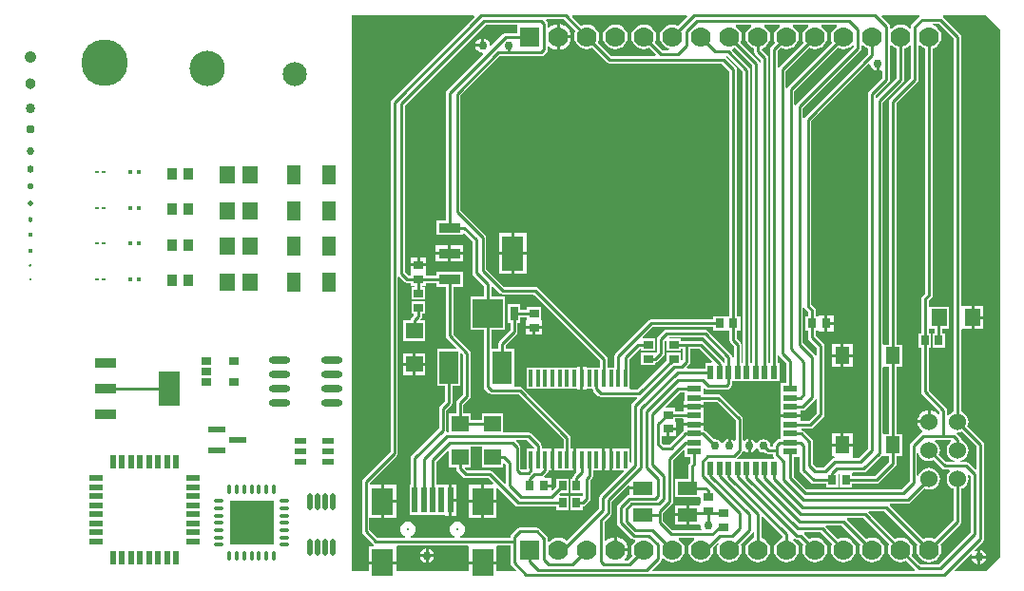
<source format=gtl>
G04 Layer_Physical_Order=1*
G04 Layer_Color=6684927*
%FSAX25Y25*%
%MOIN*%
G70*
G01*
G75*
%ADD10R,0.07677X0.12402*%
%ADD11R,0.07677X0.03543*%
%ADD12R,0.05512X0.05906*%
%ADD13R,0.02756X0.03347*%
%ADD14R,0.03150X0.03543*%
%ADD15R,0.03543X0.03150*%
%ADD16R,0.05906X0.05512*%
%ADD17R,0.03347X0.02756*%
%ADD18R,0.10500X0.10000*%
%ADD19R,0.03000X0.05000*%
%ADD20R,0.06600X0.11400*%
%ADD21R,0.07087X0.04724*%
%ADD22R,0.02200X0.05000*%
%ADD23R,0.05000X0.02200*%
%ADD24R,0.01378X0.05906*%
%ADD25R,0.05118X0.06102*%
%ADD26R,0.05118X0.06890*%
%ADD27R,0.05315X0.06102*%
%ADD28R,0.03543X0.04134*%
%ADD29R,0.01772X0.01772*%
%ADD30R,0.01378X0.00984*%
%ADD31R,0.03543X0.02559*%
%ADD32R,0.06299X0.02362*%
%ADD33R,0.04400X0.02400*%
%ADD34O,0.07480X0.02362*%
%ADD35O,0.01772X0.05906*%
%ADD36R,0.15472X0.15472*%
%ADD37O,0.01181X0.03543*%
%ADD38O,0.03543X0.01181*%
%ADD39R,0.02000X0.09000*%
%ADD40R,0.07800X0.09800*%
%ADD41C,0.01000*%
%ADD42C,0.06000*%
%ADD43R,0.07000X0.07000*%
%ADD44C,0.07000*%
%ADD45C,0.01000*%
%ADD46C,0.04230*%
%ADD47C,0.03400*%
%ADD48C,0.02740*%
%ADD49C,0.02210*%
%ADD50C,0.01790*%
%ADD51C,0.01460*%
%ADD52C,0.01200*%
%ADD53C,0.03000*%
%ADD54C,0.01969*%
%ADD55C,0.01330*%
%ADD56C,0.01620*%
%ADD57C,0.01990*%
%ADD58C,0.02460*%
%ADD59C,0.03050*%
%ADD60C,0.03790*%
%ADD61C,0.16350*%
%ADD62C,0.08470*%
%ADD63C,0.12400*%
G36*
X0360474Y0280151D02*
Y0175700D01*
X0359926D01*
Y0278400D01*
X0359825Y0278907D01*
X0359537Y0279337D01*
X0353526Y0285349D01*
X0353728Y0285854D01*
X0354466Y0286160D01*
X0360474Y0280151D01*
D02*
G37*
G36*
X0370225Y0293674D02*
X0369433Y0293067D01*
X0368744Y0292169D01*
X0368311Y0291123D01*
X0368163Y0290000D01*
X0368311Y0288878D01*
X0368660Y0288034D01*
X0367163Y0286537D01*
X0366875Y0286107D01*
X0366775Y0285600D01*
Y0175700D01*
X0366226D01*
Y0282600D01*
X0366125Y0283107D01*
X0365837Y0283537D01*
X0363942Y0285433D01*
X0364012Y0285972D01*
X0364669Y0286244D01*
X0365567Y0286933D01*
X0366256Y0287831D01*
X0366689Y0288878D01*
X0366837Y0290000D01*
X0366689Y0291123D01*
X0366256Y0292169D01*
X0365567Y0293067D01*
X0364775Y0293674D01*
X0364892Y0294175D01*
X0370109D01*
X0370225Y0293674D01*
D02*
G37*
G36*
X0351632Y0283494D02*
X0357275Y0277851D01*
Y0175700D01*
X0356751D01*
Y0182075D01*
X0356650Y0182582D01*
X0356362Y0183012D01*
X0355286Y0184088D01*
Y0186928D01*
X0356335D01*
Y0192072D01*
X0355286D01*
Y0278539D01*
X0355185Y0279047D01*
X0354898Y0279477D01*
X0351437Y0282937D01*
X0351432Y0282941D01*
X0351433Y0283391D01*
X0351504Y0283494D01*
X0351632Y0283494D01*
D02*
G37*
G36*
X0419181Y0143084D02*
X0419790Y0142290D01*
X0420584Y0141681D01*
X0421508Y0141298D01*
X0422500Y0141167D01*
X0423492Y0141298D01*
X0424083Y0141543D01*
X0427063Y0138563D01*
X0427493Y0138275D01*
X0428000Y0138174D01*
X0429632D01*
X0429715Y0137929D01*
X0429762Y0137674D01*
X0429181Y0136916D01*
X0428798Y0135992D01*
X0428667Y0135000D01*
X0428798Y0134008D01*
X0429181Y0133084D01*
X0429790Y0132290D01*
X0430584Y0131681D01*
X0431175Y0131436D01*
Y0120549D01*
X0424466Y0113840D01*
X0423623Y0114189D01*
X0422500Y0114337D01*
X0421378Y0114189D01*
X0420534Y0113840D01*
X0408700Y0125674D01*
X0408907Y0126174D01*
X0415000D01*
X0415507Y0126275D01*
X0415937Y0126563D01*
X0420917Y0131543D01*
X0421508Y0131298D01*
X0422500Y0131167D01*
X0423492Y0131298D01*
X0424416Y0131681D01*
X0425210Y0132290D01*
X0425819Y0133084D01*
X0426202Y0134008D01*
X0426333Y0135000D01*
X0426202Y0135992D01*
X0425819Y0136916D01*
X0425210Y0137710D01*
X0424416Y0138319D01*
X0423492Y0138702D01*
X0422500Y0138833D01*
X0421508Y0138702D01*
X0420584Y0138319D01*
X0419790Y0137710D01*
X0419181Y0136916D01*
X0418798Y0135992D01*
X0418326Y0136098D01*
Y0143902D01*
X0418798Y0144008D01*
X0419181Y0143084D01*
D02*
G37*
G36*
X0350950Y0177175D02*
Y0175700D01*
X0350387D01*
X0350351Y0175881D01*
X0350063Y0176311D01*
X0343477Y0182898D01*
X0343047Y0183185D01*
X0342539Y0183286D01*
X0335473D01*
Y0184139D01*
X0331783D01*
X0331515Y0184639D01*
X0331539Y0184675D01*
X0343451D01*
X0350950Y0177175D01*
D02*
G37*
G36*
X0346665Y0186928D02*
X0351414D01*
Y0186928D01*
X0351586D01*
Y0186928D01*
X0352635D01*
Y0183539D01*
X0352736Y0183032D01*
X0353023Y0182602D01*
X0354100Y0181526D01*
Y0177728D01*
X0353601Y0177724D01*
X0353500Y0178232D01*
X0353213Y0178662D01*
X0344937Y0186937D01*
X0344507Y0187225D01*
X0344000Y0187326D01*
X0330500D01*
X0329993Y0187225D01*
X0329563Y0186937D01*
X0327563Y0184937D01*
X0327275Y0184507D01*
X0327174Y0184000D01*
Y0179549D01*
X0326956Y0179330D01*
X0326473Y0179217D01*
Y0179217D01*
X0326473Y0179217D01*
X0321527D01*
Y0174861D01*
X0326473D01*
Y0175714D01*
X0326539D01*
X0327047Y0175815D01*
X0327477Y0176102D01*
X0329437Y0178063D01*
X0329725Y0178493D01*
X0329825Y0179000D01*
Y0183200D01*
X0330027Y0183351D01*
X0330527Y0183100D01*
Y0179783D01*
X0335473D01*
Y0180635D01*
X0336175D01*
Y0176724D01*
X0335973Y0176569D01*
X0335473Y0176816D01*
Y0179217D01*
X0330527D01*
Y0176441D01*
X0320412Y0166325D01*
X0318043D01*
X0317623Y0166519D01*
Y0174024D01*
X0317459D01*
Y0177085D01*
X0321010Y0180635D01*
X0321527D01*
Y0179783D01*
X0326473D01*
Y0184139D01*
X0322220D01*
X0322013Y0184639D01*
X0325549Y0188174D01*
X0346665D01*
Y0186928D01*
D02*
G37*
G36*
X0401973Y0280391D02*
X0402145Y0279524D01*
X0402698Y0278698D01*
X0403524Y0278145D01*
X0404000Y0278050D01*
Y0280500D01*
X0405000D01*
Y0278050D01*
X0405476Y0278145D01*
X0405734Y0278317D01*
X0406175Y0278082D01*
Y0275549D01*
X0401563Y0270937D01*
X0401275Y0270507D01*
X0401174Y0270000D01*
Y0145549D01*
X0397951Y0142325D01*
X0395764D01*
X0395701Y0142799D01*
X0395701Y0142825D01*
Y0146350D01*
X0388583D01*
Y0142799D01*
X0389319D01*
X0389368Y0142299D01*
X0388993Y0142225D01*
X0388563Y0141937D01*
X0385451Y0138826D01*
X0383049D01*
X0381825Y0140049D01*
Y0148000D01*
X0381725Y0148507D01*
X0381437Y0148937D01*
X0378662Y0151713D01*
X0378232Y0152000D01*
X0377724Y0152101D01*
X0377728Y0152600D01*
X0380925D01*
X0381432Y0152701D01*
X0381862Y0152988D01*
X0385437Y0156563D01*
X0385725Y0156993D01*
X0385825Y0157500D01*
Y0181500D01*
X0385725Y0182007D01*
X0385437Y0182437D01*
X0382865Y0185010D01*
Y0186928D01*
X0383886D01*
Y0186728D01*
X0385961D01*
Y0189500D01*
Y0192272D01*
X0383886D01*
Y0192072D01*
X0382865D01*
Y0193961D01*
X0382764Y0194468D01*
X0382477Y0194898D01*
X0381326Y0196049D01*
Y0260451D01*
X0401506Y0280632D01*
X0401973Y0280391D01*
D02*
G37*
G36*
X0336800Y0144772D02*
Y0142576D01*
X0338774D01*
Y0140649D01*
X0338437Y0140311D01*
X0338149Y0139881D01*
X0338049Y0139374D01*
Y0134887D01*
X0333531D01*
Y0128562D01*
X0342217D01*
X0342428Y0128150D01*
Y0126114D01*
X0342228D01*
Y0125638D01*
X0338374D01*
Y0122276D01*
Y0118913D01*
X0342023D01*
X0342451Y0118500D01*
X0342464Y0118433D01*
X0342645Y0117525D01*
X0342817Y0117266D01*
X0342582Y0116825D01*
X0332549D01*
X0329326Y0120049D01*
Y0122276D01*
Y0122951D01*
X0332437Y0126063D01*
X0332725Y0126493D01*
X0332825Y0127000D01*
Y0141451D01*
X0336338Y0144964D01*
X0336800Y0144772D01*
D02*
G37*
G36*
X0416175Y0286947D02*
Y0275549D01*
X0408921Y0268296D01*
X0408634Y0267865D01*
X0408533Y0267358D01*
Y0182354D01*
X0408179Y0182001D01*
X0406499D01*
X0406325Y0182429D01*
Y0266951D01*
X0413437Y0274063D01*
X0413725Y0274493D01*
X0413826Y0275000D01*
Y0285895D01*
X0414669Y0286244D01*
X0415567Y0286933D01*
X0415701Y0287108D01*
X0416175Y0286947D01*
D02*
G37*
G36*
X0379063Y0194563D02*
X0380214Y0193412D01*
Y0192072D01*
X0379165D01*
Y0186928D01*
X0380214D01*
Y0184461D01*
X0380315Y0183953D01*
X0380602Y0183523D01*
X0383174Y0180951D01*
Y0178165D01*
X0382994Y0178102D01*
X0382675Y0178082D01*
X0382437Y0178437D01*
X0378326Y0182549D01*
Y0194835D01*
X0378506Y0194898D01*
X0378825Y0194918D01*
X0379063Y0194563D01*
D02*
G37*
G36*
X0431175Y0289451D02*
Y0158564D01*
X0430584Y0158319D01*
X0429790Y0157710D01*
X0429325Y0157105D01*
X0428826Y0157275D01*
Y0159000D01*
X0428725Y0159507D01*
X0428437Y0159937D01*
X0422365Y0166010D01*
Y0181027D01*
X0423217D01*
Y0185973D01*
X0422365D01*
Y0187319D01*
X0422539Y0187747D01*
X0422865Y0187747D01*
X0424635D01*
Y0185973D01*
X0423783D01*
Y0181027D01*
X0428139D01*
Y0185973D01*
X0427286D01*
Y0187747D01*
X0429650D01*
Y0195253D01*
X0422865D01*
X0422539Y0195253D01*
X0422365Y0195681D01*
Y0195681D01*
Y0197490D01*
X0423437Y0198563D01*
X0423725Y0198993D01*
X0423826Y0199500D01*
Y0285895D01*
X0424669Y0286244D01*
X0425567Y0286933D01*
X0426256Y0287831D01*
X0426689Y0288878D01*
X0426837Y0290000D01*
X0426689Y0291123D01*
X0426256Y0292169D01*
X0425567Y0293067D01*
X0424669Y0293756D01*
X0423623Y0294189D01*
X0423706Y0294674D01*
X0425951D01*
X0431175Y0289451D01*
D02*
G37*
G36*
X0336800Y0164700D02*
Y0162400D01*
X0336600D01*
Y0160800D01*
X0343600D01*
Y0162074D01*
X0348051D01*
X0354675Y0155451D01*
Y0148577D01*
X0354174Y0148388D01*
X0353475Y0148855D01*
X0353000Y0148950D01*
Y0146500D01*
X0352000D01*
Y0148950D01*
X0351524Y0148855D01*
X0350698Y0148302D01*
X0350157Y0147494D01*
X0349862Y0147436D01*
X0349630Y0147451D01*
X0349158Y0148158D01*
X0348397Y0148667D01*
X0347500Y0148845D01*
X0347108Y0148767D01*
X0344162Y0151713D01*
X0343732Y0152000D01*
X0343600Y0152026D01*
Y0153425D01*
X0336600D01*
Y0151888D01*
X0336338Y0151713D01*
X0331451Y0146826D01*
X0329549D01*
X0328825Y0147549D01*
Y0149925D01*
X0330500D01*
Y0152500D01*
X0331000D01*
Y0153000D01*
X0333772D01*
Y0155075D01*
X0333572D01*
Y0156096D01*
X0336129D01*
X0336600Y0156025D01*
Y0154425D01*
X0343600D01*
Y0156025D01*
X0343400D01*
Y0158200D01*
X0343600D01*
Y0159800D01*
X0336600D01*
Y0158747D01*
X0333572D01*
Y0159796D01*
X0330324D01*
X0330133Y0160258D01*
X0335149Y0165275D01*
X0336800D01*
Y0164700D01*
D02*
G37*
G36*
X0419433Y0286933D02*
X0420331Y0286244D01*
X0421174Y0285895D01*
Y0200049D01*
X0420102Y0198977D01*
X0419815Y0198547D01*
X0419714Y0198039D01*
Y0185973D01*
X0418861D01*
Y0181027D01*
X0419714D01*
Y0165461D01*
X0419815Y0164953D01*
X0420102Y0164523D01*
X0426174Y0158451D01*
Y0157603D01*
X0425674Y0157434D01*
X0425353Y0157853D01*
X0424517Y0158494D01*
X0423544Y0158897D01*
X0423000Y0158969D01*
Y0155000D01*
X0422500D01*
Y0154500D01*
X0418531D01*
X0418603Y0153956D01*
X0419006Y0152983D01*
X0419647Y0152147D01*
X0420146Y0151765D01*
X0420021Y0151230D01*
X0419993Y0151225D01*
X0419563Y0150937D01*
X0416063Y0147437D01*
X0415775Y0147007D01*
X0415674Y0146500D01*
Y0134049D01*
X0412951Y0131325D01*
X0379549D01*
X0375225Y0135649D01*
Y0142576D01*
X0377174D01*
Y0138000D01*
X0377275Y0137493D01*
X0377563Y0137063D01*
X0381063Y0133563D01*
X0381493Y0133275D01*
X0382000Y0133175D01*
X0386361D01*
Y0132027D01*
X0390717D01*
Y0136506D01*
X0391000Y0136669D01*
X0391283Y0136506D01*
Y0132027D01*
X0395639D01*
Y0133175D01*
X0404000D01*
X0404507Y0133275D01*
X0404937Y0133563D01*
X0410795Y0139421D01*
X0411083Y0139851D01*
X0411184Y0140358D01*
Y0142999D01*
X0413217D01*
Y0150702D01*
X0411184D01*
Y0174298D01*
X0413217D01*
Y0182001D01*
X0411184D01*
Y0266809D01*
X0418437Y0274063D01*
X0418725Y0274493D01*
X0418825Y0275000D01*
Y0286947D01*
X0419299Y0287108D01*
X0419433Y0286933D01*
D02*
G37*
G36*
X0259174Y0178451D02*
Y0164549D01*
X0257063Y0162437D01*
X0256775Y0162007D01*
X0256675Y0161500D01*
Y0157961D01*
X0254247D01*
Y0151326D01*
X0253668D01*
X0253349Y0151652D01*
X0253284Y0151792D01*
X0253326Y0152000D01*
Y0158951D01*
X0255037Y0160663D01*
X0255325Y0161093D01*
X0255426Y0161600D01*
Y0167500D01*
X0258200D01*
Y0178772D01*
X0258662Y0178964D01*
X0259174Y0178451D01*
D02*
G37*
G36*
X0408533Y0151055D02*
X0408179Y0150702D01*
X0406499D01*
X0406325Y0151130D01*
Y0173870D01*
X0406499Y0174298D01*
X0408533D01*
Y0151055D01*
D02*
G37*
G36*
X0439175Y0146451D02*
Y0138353D01*
X0438713Y0138162D01*
X0436437Y0140437D01*
X0436007Y0140725D01*
X0435500Y0140825D01*
X0433598D01*
X0433492Y0141298D01*
X0434416Y0141681D01*
X0435210Y0142290D01*
X0435819Y0143084D01*
X0436202Y0144008D01*
X0436333Y0145000D01*
X0436202Y0145992D01*
X0435819Y0146916D01*
X0435210Y0147710D01*
X0434416Y0148319D01*
X0433812Y0148570D01*
X0433725Y0149007D01*
X0433437Y0149437D01*
X0432168Y0150707D01*
X0432401Y0151180D01*
X0432500Y0151167D01*
X0433492Y0151298D01*
X0434083Y0151543D01*
X0439175Y0146451D01*
D02*
G37*
G36*
X0370063Y0178063D02*
X0372574Y0175551D01*
Y0168500D01*
X0370600D01*
Y0164700D01*
Y0161500D01*
Y0159200D01*
X0370400D01*
Y0157600D01*
X0377400D01*
Y0158975D01*
X0378300D01*
X0378807Y0159075D01*
X0379237Y0159363D01*
X0382437Y0162563D01*
X0382675Y0162918D01*
X0382994Y0162898D01*
X0383174Y0162835D01*
Y0158049D01*
X0380376Y0155251D01*
X0377400D01*
Y0156600D01*
X0370400D01*
Y0155000D01*
X0370600D01*
Y0152025D01*
Y0148951D01*
X0370126D01*
X0369619Y0148851D01*
X0369189Y0148563D01*
X0368063Y0147437D01*
X0367775Y0147007D01*
X0367674Y0146500D01*
Y0146326D01*
X0366988D01*
X0366845Y0146500D01*
X0366667Y0147397D01*
X0366158Y0148158D01*
X0365397Y0148667D01*
X0364500Y0148845D01*
X0363603Y0148667D01*
X0362842Y0148158D01*
X0362369Y0147451D01*
X0362138Y0147436D01*
X0361843Y0147494D01*
X0361302Y0148302D01*
X0360475Y0148855D01*
X0360000Y0148950D01*
Y0146500D01*
Y0144051D01*
X0360475Y0144145D01*
X0361302Y0144698D01*
X0361843Y0145506D01*
X0362138Y0145564D01*
X0362369Y0145549D01*
X0362842Y0144842D01*
X0363603Y0144333D01*
X0364500Y0144155D01*
X0364893Y0144233D01*
X0365063Y0144063D01*
X0365493Y0143775D01*
X0366000Y0143675D01*
X0367674D01*
Y0143500D01*
X0367775Y0142993D01*
X0368063Y0142563D01*
X0368264Y0142362D01*
X0368072Y0141900D01*
X0355482D01*
X0355275Y0142400D01*
X0356937Y0144063D01*
X0357225Y0144493D01*
X0357226Y0144503D01*
X0357446Y0144594D01*
X0357766Y0144652D01*
X0358524Y0144145D01*
X0359000Y0144051D01*
Y0146500D01*
Y0148950D01*
X0358524Y0148855D01*
X0357825Y0148388D01*
X0357326Y0148577D01*
Y0156000D01*
X0357225Y0156507D01*
X0356937Y0156937D01*
X0349537Y0164337D01*
X0349107Y0164625D01*
X0348600Y0164725D01*
X0343400D01*
Y0166572D01*
X0343862Y0166764D01*
X0344063Y0166563D01*
X0344493Y0166275D01*
X0345000Y0166174D01*
X0351500D01*
X0352007Y0166275D01*
X0352437Y0166563D01*
X0353213Y0167338D01*
X0353500Y0167768D01*
X0353601Y0168276D01*
Y0169100D01*
X0370000D01*
Y0175700D01*
X0369426D01*
Y0178117D01*
X0369925Y0178268D01*
X0370063Y0178063D01*
D02*
G37*
G36*
X0406499Y0143004D02*
Y0142999D01*
X0408533D01*
Y0140907D01*
X0403451Y0135826D01*
X0395992D01*
X0395639Y0136179D01*
Y0136973D01*
X0396055Y0137174D01*
X0399500D01*
X0400007Y0137275D01*
X0400437Y0137563D01*
X0405937Y0143063D01*
X0405999Y0143156D01*
X0406499Y0143004D01*
D02*
G37*
G36*
X0265747Y0146150D02*
Y0139039D01*
X0273253D01*
Y0140219D01*
X0273715Y0140411D01*
X0274174Y0139951D01*
Y0133353D01*
X0273713Y0133162D01*
X0269437Y0137437D01*
X0269007Y0137725D01*
X0268500Y0137826D01*
X0260549D01*
X0259798Y0138577D01*
X0259989Y0139039D01*
X0261753D01*
Y0146150D01*
X0262243Y0146175D01*
X0265257D01*
X0265747Y0146150D01*
D02*
G37*
G36*
X0346464Y0176162D02*
X0346272Y0175700D01*
X0344076D01*
Y0173725D01*
X0337753D01*
X0337562Y0174187D01*
X0338437Y0175063D01*
X0338725Y0175493D01*
X0338825Y0176000D01*
Y0180635D01*
X0341990D01*
X0346464Y0176162D01*
D02*
G37*
G36*
X0430337Y0148221D02*
X0430309Y0148109D01*
X0429790Y0147710D01*
X0429181Y0146916D01*
X0428798Y0145992D01*
X0428667Y0145000D01*
X0428798Y0144008D01*
X0429181Y0143084D01*
X0429790Y0142290D01*
X0430584Y0141681D01*
X0431508Y0141298D01*
X0431402Y0140825D01*
X0428549D01*
X0425957Y0143417D01*
X0426202Y0144008D01*
X0426333Y0145000D01*
X0426202Y0145992D01*
X0425819Y0146916D01*
X0425210Y0147710D01*
X0424605Y0148175D01*
X0424775Y0148674D01*
X0430064D01*
X0430337Y0148221D01*
D02*
G37*
G36*
X0284100Y0146026D02*
Y0145481D01*
X0281377D01*
Y0138326D01*
X0279549D01*
X0279326Y0138549D01*
Y0146000D01*
X0279225Y0146507D01*
X0278937Y0146937D01*
X0277700Y0148175D01*
X0277907Y0148674D01*
X0281451D01*
X0284100Y0146026D01*
D02*
G37*
G36*
X0317583Y0132555D02*
Y0132224D01*
X0322126D01*
Y0131224D01*
X0317583D01*
Y0129325D01*
X0317500D01*
X0316993Y0129225D01*
X0316563Y0128937D01*
X0313563Y0125937D01*
X0313275Y0125507D01*
X0313175Y0125000D01*
Y0119500D01*
X0313275Y0118993D01*
X0313563Y0118563D01*
X0318063Y0114063D01*
X0318493Y0113775D01*
X0319000Y0113674D01*
X0319447D01*
X0319608Y0113201D01*
X0319433Y0113067D01*
X0318744Y0112169D01*
X0318311Y0111123D01*
X0318163Y0110000D01*
X0318311Y0108878D01*
X0318660Y0108034D01*
X0316951Y0106325D01*
X0315867D01*
X0315781Y0106578D01*
X0315736Y0106825D01*
X0316431Y0107731D01*
X0316884Y0108825D01*
X0316973Y0109500D01*
X0312500D01*
Y0110000D01*
X0312000D01*
Y0114473D01*
X0311325Y0114384D01*
X0310231Y0113931D01*
X0309326Y0113236D01*
X0309078Y0113282D01*
X0308825Y0113367D01*
Y0119951D01*
X0310937Y0122063D01*
X0311225Y0122493D01*
X0311326Y0123000D01*
Y0126951D01*
X0317121Y0132746D01*
X0317583Y0132555D01*
D02*
G37*
G36*
X0437175Y0135951D02*
Y0116049D01*
X0425951Y0104825D01*
X0419549D01*
X0416340Y0108034D01*
X0416689Y0108878D01*
X0416837Y0110000D01*
X0416689Y0111123D01*
X0416256Y0112169D01*
X0415567Y0113067D01*
X0414669Y0113756D01*
X0413623Y0114189D01*
X0412500Y0114337D01*
X0411377Y0114189D01*
X0410534Y0113840D01*
X0401200Y0123175D01*
X0401407Y0123674D01*
X0406951D01*
X0418660Y0111966D01*
X0418311Y0111123D01*
X0418163Y0110000D01*
X0418311Y0108878D01*
X0418744Y0107831D01*
X0419433Y0106933D01*
X0420331Y0106244D01*
X0421378Y0105811D01*
X0422500Y0105663D01*
X0423623Y0105811D01*
X0424669Y0106244D01*
X0425567Y0106933D01*
X0426256Y0107831D01*
X0426689Y0108878D01*
X0426837Y0110000D01*
X0426689Y0111123D01*
X0426340Y0111966D01*
X0433437Y0119063D01*
X0433725Y0119493D01*
X0433825Y0120000D01*
Y0131436D01*
X0434416Y0131681D01*
X0435210Y0132290D01*
X0435819Y0133084D01*
X0436202Y0134008D01*
X0436333Y0135000D01*
X0436202Y0135992D01*
X0436044Y0136375D01*
X0436468Y0136658D01*
X0437175Y0135951D01*
D02*
G37*
G36*
X0380225Y0293674D02*
X0379433Y0293067D01*
X0378744Y0292169D01*
X0378311Y0291123D01*
X0378163Y0290000D01*
X0378311Y0288878D01*
X0378660Y0288034D01*
X0370063Y0279437D01*
X0369925Y0279232D01*
X0369426Y0279383D01*
Y0285051D01*
X0370534Y0286160D01*
X0371377Y0285811D01*
X0372500Y0285663D01*
X0373622Y0285811D01*
X0374669Y0286244D01*
X0375567Y0286933D01*
X0376256Y0287831D01*
X0376689Y0288878D01*
X0376837Y0290000D01*
X0376689Y0291123D01*
X0376256Y0292169D01*
X0375567Y0293067D01*
X0374775Y0293674D01*
X0374891Y0294175D01*
X0380108D01*
X0380225Y0293674D01*
D02*
G37*
G36*
X0447500Y0292500D02*
Y0107500D01*
X0442500Y0102500D01*
X0431528D01*
X0431336Y0102962D01*
X0437434Y0109059D01*
X0437822Y0108741D01*
X0437645Y0108475D01*
X0437550Y0108000D01*
X0439500D01*
Y0109950D01*
X0439024Y0109855D01*
X0438759Y0109678D01*
X0438441Y0110066D01*
X0441437Y0113063D01*
X0441725Y0113493D01*
X0441825Y0114000D01*
Y0147000D01*
X0441725Y0147507D01*
X0441437Y0147937D01*
X0435957Y0153417D01*
X0436202Y0154008D01*
X0436333Y0155000D01*
X0436202Y0155992D01*
X0435819Y0156916D01*
X0435210Y0157710D01*
X0434416Y0158319D01*
X0433825Y0158564D01*
Y0187181D01*
X0434150Y0187547D01*
X0434326Y0187547D01*
X0437405D01*
Y0191500D01*
Y0195453D01*
X0434326D01*
X0434150Y0195453D01*
X0433825Y0195818D01*
X0433825Y0195818D01*
Y0290000D01*
X0433725Y0290507D01*
X0433437Y0290937D01*
X0427437Y0296937D01*
X0427343Y0297000D01*
X0427495Y0297500D01*
X0442500D01*
X0447500Y0292500D01*
D02*
G37*
G36*
X0371175Y0114951D02*
Y0114105D01*
X0370331Y0113756D01*
X0369433Y0113067D01*
X0368744Y0112169D01*
X0368311Y0111123D01*
X0368163Y0110000D01*
X0368311Y0108878D01*
X0368744Y0107831D01*
X0369433Y0106933D01*
X0370331Y0106244D01*
X0371377Y0105811D01*
X0372500Y0105663D01*
X0373622Y0105811D01*
X0374669Y0106244D01*
X0375567Y0106933D01*
X0376256Y0107831D01*
X0376689Y0108878D01*
X0376837Y0110000D01*
X0376689Y0111123D01*
X0376256Y0112169D01*
X0375567Y0113067D01*
X0374984Y0113514D01*
X0375275Y0113921D01*
X0375493Y0113775D01*
X0376000Y0113674D01*
X0376951D01*
X0378660Y0111966D01*
X0378311Y0111123D01*
X0378163Y0110000D01*
X0378311Y0108878D01*
X0378744Y0107831D01*
X0379433Y0106933D01*
X0380331Y0106244D01*
X0381378Y0105811D01*
X0382500Y0105663D01*
X0383623Y0105811D01*
X0384669Y0106244D01*
X0385567Y0106933D01*
X0386256Y0107831D01*
X0386689Y0108878D01*
X0386837Y0110000D01*
X0386689Y0111123D01*
X0386256Y0112169D01*
X0385567Y0113067D01*
X0384669Y0113756D01*
X0383623Y0114189D01*
X0382500Y0114337D01*
X0381378Y0114189D01*
X0380534Y0113840D01*
X0378700Y0115674D01*
X0378907Y0116174D01*
X0384451D01*
X0388660Y0111966D01*
X0388311Y0111123D01*
X0388163Y0110000D01*
X0388311Y0108878D01*
X0388744Y0107831D01*
X0389433Y0106933D01*
X0390331Y0106244D01*
X0391377Y0105811D01*
X0392500Y0105663D01*
X0393622Y0105811D01*
X0394669Y0106244D01*
X0395567Y0106933D01*
X0396256Y0107831D01*
X0396689Y0108878D01*
X0396837Y0110000D01*
X0396689Y0111123D01*
X0396256Y0112169D01*
X0395567Y0113067D01*
X0394669Y0113756D01*
X0393622Y0114189D01*
X0392500Y0114337D01*
X0391377Y0114189D01*
X0390534Y0113840D01*
X0386200Y0118175D01*
X0386407Y0118675D01*
X0391951D01*
X0398660Y0111966D01*
X0398311Y0111123D01*
X0398163Y0110000D01*
X0398311Y0108878D01*
X0398744Y0107831D01*
X0399433Y0106933D01*
X0400331Y0106244D01*
X0401377Y0105811D01*
X0402500Y0105663D01*
X0403622Y0105811D01*
X0404669Y0106244D01*
X0405567Y0106933D01*
X0406256Y0107831D01*
X0406689Y0108878D01*
X0406837Y0110000D01*
X0406689Y0111123D01*
X0406256Y0112169D01*
X0405567Y0113067D01*
X0404669Y0113756D01*
X0403622Y0114189D01*
X0402500Y0114337D01*
X0401377Y0114189D01*
X0400534Y0113840D01*
X0393700Y0120675D01*
X0393907Y0121175D01*
X0399451D01*
X0408660Y0111966D01*
X0408311Y0111123D01*
X0408163Y0110000D01*
X0408311Y0108878D01*
X0408744Y0107831D01*
X0409433Y0106933D01*
X0410331Y0106244D01*
X0411377Y0105811D01*
X0412500Y0105663D01*
X0413623Y0105811D01*
X0414466Y0106160D01*
X0417600Y0103025D01*
X0417393Y0102525D01*
X0325553D01*
X0325362Y0102987D01*
X0328437Y0106063D01*
X0328725Y0106493D01*
X0328810Y0106924D01*
X0329262Y0107148D01*
X0329267Y0107150D01*
X0329433Y0106933D01*
X0330331Y0106244D01*
X0331378Y0105811D01*
X0332500Y0105663D01*
X0333623Y0105811D01*
X0334669Y0106244D01*
X0335567Y0106933D01*
X0336256Y0107831D01*
X0336689Y0108878D01*
X0336837Y0110000D01*
X0336689Y0111123D01*
X0336256Y0112169D01*
X0335567Y0113067D01*
X0334775Y0113674D01*
X0334892Y0114174D01*
X0340108D01*
X0340225Y0113674D01*
X0339433Y0113067D01*
X0338744Y0112169D01*
X0338311Y0111123D01*
X0338163Y0110000D01*
X0338311Y0108878D01*
X0338744Y0107831D01*
X0339433Y0106933D01*
X0340331Y0106244D01*
X0341377Y0105811D01*
X0342500Y0105663D01*
X0343622Y0105811D01*
X0344669Y0106244D01*
X0345567Y0106933D01*
X0346256Y0107831D01*
X0346689Y0108878D01*
X0346837Y0110000D01*
X0346725Y0110851D01*
X0348347Y0112473D01*
X0348744Y0112169D01*
X0348311Y0111123D01*
X0348163Y0110000D01*
X0348311Y0108878D01*
X0348744Y0107831D01*
X0349433Y0106933D01*
X0350331Y0106244D01*
X0351378Y0105811D01*
X0352500Y0105663D01*
X0353623Y0105811D01*
X0354669Y0106244D01*
X0355567Y0106933D01*
X0356256Y0107831D01*
X0356689Y0108878D01*
X0356837Y0110000D01*
X0356689Y0111123D01*
X0356340Y0111966D01*
X0360437Y0116063D01*
X0360675Y0116418D01*
X0360994Y0116398D01*
X0361175Y0116335D01*
Y0114105D01*
X0360331Y0113756D01*
X0359433Y0113067D01*
X0358744Y0112169D01*
X0358311Y0111123D01*
X0358163Y0110000D01*
X0358311Y0108878D01*
X0358744Y0107831D01*
X0359433Y0106933D01*
X0360331Y0106244D01*
X0361378Y0105811D01*
X0362500Y0105663D01*
X0363622Y0105811D01*
X0364669Y0106244D01*
X0365567Y0106933D01*
X0366256Y0107831D01*
X0366689Y0108878D01*
X0366837Y0110000D01*
X0366689Y0111123D01*
X0366256Y0112169D01*
X0365567Y0113067D01*
X0364669Y0113756D01*
X0363825Y0114105D01*
Y0121647D01*
X0364287Y0121838D01*
X0371175Y0114951D01*
D02*
G37*
G36*
X0360225Y0293674D02*
X0359433Y0293067D01*
X0358744Y0292169D01*
X0358311Y0291123D01*
X0358163Y0290000D01*
X0358311Y0288878D01*
X0358744Y0287831D01*
X0359433Y0286933D01*
X0360331Y0286244D01*
X0361175Y0285895D01*
Y0285000D01*
X0361275Y0284493D01*
X0361563Y0284063D01*
X0363575Y0282051D01*
Y0281005D01*
X0363074Y0280956D01*
X0363025Y0281207D01*
X0362737Y0281637D01*
X0356340Y0288034D01*
X0356689Y0288878D01*
X0356837Y0290000D01*
X0356689Y0291123D01*
X0356256Y0292169D01*
X0355567Y0293067D01*
X0354775Y0293674D01*
X0354891Y0294175D01*
X0360108D01*
X0360225Y0293674D01*
D02*
G37*
G36*
X0298660Y0291966D02*
X0298311Y0291123D01*
X0298163Y0290000D01*
X0298311Y0288878D01*
X0298744Y0287831D01*
X0299433Y0286933D01*
X0300331Y0286244D01*
X0301378Y0285811D01*
X0302500Y0285663D01*
X0303623Y0285811D01*
X0304466Y0286160D01*
X0309563Y0281063D01*
X0309993Y0280775D01*
X0310500Y0280675D01*
X0349951D01*
X0352635Y0277990D01*
Y0192072D01*
X0351586D01*
Y0192072D01*
X0351414D01*
Y0192072D01*
X0346665D01*
Y0190825D01*
X0325000D01*
X0324493Y0190725D01*
X0324063Y0190437D01*
X0312638Y0179012D01*
X0312350Y0178582D01*
X0312249Y0178075D01*
Y0174024D01*
X0309782D01*
Y0177043D01*
X0309681Y0177550D01*
X0309394Y0177981D01*
X0285437Y0201937D01*
X0285007Y0202225D01*
X0284500Y0202326D01*
X0273549D01*
X0267325Y0208549D01*
Y0219500D01*
X0267225Y0220007D01*
X0266937Y0220437D01*
X0258326Y0229049D01*
Y0269451D01*
X0272049Y0283174D01*
X0286500D01*
X0287007Y0283275D01*
X0287437Y0283563D01*
X0288437Y0284563D01*
X0288725Y0284993D01*
X0288825Y0285500D01*
Y0286633D01*
X0289078Y0286719D01*
X0289325Y0286764D01*
X0290231Y0286069D01*
X0291325Y0285616D01*
X0292000Y0285527D01*
Y0290000D01*
Y0294473D01*
X0291325Y0294384D01*
X0290231Y0293931D01*
X0289325Y0293236D01*
X0289078Y0293282D01*
X0288825Y0293367D01*
Y0294500D01*
X0288725Y0295007D01*
X0288437Y0295437D01*
X0288162Y0295713D01*
X0288353Y0296175D01*
X0294451D01*
X0298660Y0291966D01*
D02*
G37*
G36*
X0399433Y0286933D02*
X0400331Y0286244D01*
X0401174Y0285895D01*
Y0284049D01*
X0379063Y0261937D01*
X0378825Y0261582D01*
X0378506Y0261602D01*
X0378326Y0261665D01*
Y0264951D01*
X0398437Y0285063D01*
X0398725Y0285493D01*
X0398826Y0286000D01*
Y0286947D01*
X0399299Y0287108D01*
X0399433Y0286933D01*
D02*
G37*
G36*
X0409433D02*
X0410331Y0286244D01*
X0411174Y0285895D01*
Y0275549D01*
X0404325Y0268700D01*
X0403826Y0268907D01*
Y0269451D01*
X0408437Y0274063D01*
X0408725Y0274493D01*
X0408825Y0275000D01*
Y0286947D01*
X0409299Y0287108D01*
X0409433Y0286933D01*
D02*
G37*
G36*
X0390225Y0293674D02*
X0389433Y0293067D01*
X0388744Y0292169D01*
X0388311Y0291123D01*
X0388163Y0290000D01*
X0388311Y0288878D01*
X0388660Y0288034D01*
X0373063Y0272437D01*
X0372826Y0272082D01*
X0372506Y0272102D01*
X0372325Y0272165D01*
Y0277951D01*
X0380534Y0286160D01*
X0381378Y0285811D01*
X0382500Y0285663D01*
X0383623Y0285811D01*
X0384669Y0286244D01*
X0385567Y0286933D01*
X0386256Y0287831D01*
X0386689Y0288878D01*
X0386837Y0290000D01*
X0386689Y0291123D01*
X0386256Y0292169D01*
X0385567Y0293067D01*
X0384775Y0293674D01*
X0384892Y0294175D01*
X0390108D01*
X0390225Y0293674D01*
D02*
G37*
G36*
X0419157Y0297000D02*
X0419063Y0296937D01*
X0416563Y0294437D01*
X0416275Y0294007D01*
X0416175Y0293500D01*
Y0293053D01*
X0415701Y0292892D01*
X0415567Y0293067D01*
X0414669Y0293756D01*
X0413623Y0294189D01*
X0412500Y0294337D01*
X0411377Y0294189D01*
X0410331Y0293756D01*
X0409433Y0293067D01*
X0409299Y0292892D01*
X0408825Y0293053D01*
Y0293500D01*
X0408725Y0294007D01*
X0408437Y0294437D01*
X0405836Y0297038D01*
X0406028Y0297500D01*
X0419005D01*
X0419157Y0297000D01*
D02*
G37*
G36*
X0278200Y0291325D02*
X0274000D01*
X0273493Y0291225D01*
X0273063Y0290937D01*
X0268994Y0286868D01*
X0268527Y0287109D01*
X0268355Y0287976D01*
X0267802Y0288802D01*
X0266975Y0289355D01*
X0266500Y0289450D01*
Y0287000D01*
X0266000D01*
Y0286500D01*
X0263550D01*
X0263645Y0286024D01*
X0264198Y0285198D01*
X0265024Y0284645D01*
X0265891Y0284473D01*
X0266132Y0284006D01*
X0253441Y0271315D01*
X0253153Y0270885D01*
X0253052Y0270378D01*
Y0225627D01*
X0249739D01*
Y0220483D01*
X0259016D01*
Y0220956D01*
X0259478Y0221147D01*
X0262419Y0218207D01*
Y0207256D01*
X0262520Y0206749D01*
X0262807Y0206319D01*
X0266419Y0202707D01*
Y0198800D01*
X0261694D01*
Y0187200D01*
X0266419D01*
Y0167256D01*
X0266519Y0166749D01*
X0266807Y0166319D01*
X0268063Y0165063D01*
X0268493Y0164775D01*
X0269000Y0164674D01*
X0278451D01*
X0294336Y0148790D01*
Y0145481D01*
X0292232D01*
Y0145681D01*
X0291043D01*
Y0141728D01*
Y0137776D01*
X0292232D01*
Y0137976D01*
X0296532D01*
Y0137776D01*
X0297721D01*
Y0141728D01*
Y0145681D01*
X0296987D01*
Y0149339D01*
X0296886Y0149846D01*
X0296599Y0150276D01*
X0279937Y0166937D01*
X0279507Y0167225D01*
X0279000Y0167325D01*
X0277428D01*
X0277000Y0167500D01*
Y0180500D01*
X0274225D01*
Y0181851D01*
X0277937Y0185563D01*
X0278225Y0185993D01*
X0278326Y0186500D01*
Y0189700D01*
X0279300D01*
Y0191635D01*
X0281428D01*
Y0190614D01*
X0281228D01*
Y0188539D01*
X0286772D01*
Y0190614D01*
X0286572D01*
Y0195335D01*
X0281428D01*
Y0194286D01*
X0279300D01*
Y0196300D01*
X0274700D01*
Y0189700D01*
X0275675D01*
Y0187049D01*
X0271963Y0183337D01*
X0271675Y0182907D01*
X0271574Y0182400D01*
Y0180500D01*
X0269070D01*
Y0187200D01*
X0273794D01*
Y0198800D01*
X0269070D01*
Y0202403D01*
X0269531Y0202594D01*
X0272063Y0200063D01*
X0272493Y0199775D01*
X0273000Y0199674D01*
X0283951D01*
X0307131Y0176494D01*
Y0174024D01*
X0302468D01*
Y0174224D01*
X0301279D01*
Y0170272D01*
Y0166319D01*
X0302468D01*
Y0166519D01*
X0304589D01*
X0304673Y0166095D01*
X0304960Y0165665D01*
X0306563Y0164063D01*
X0306993Y0163775D01*
X0307500Y0163674D01*
X0320147D01*
X0320338Y0163213D01*
X0318563Y0161437D01*
X0318275Y0161007D01*
X0318175Y0160500D01*
Y0140578D01*
X0318123Y0140543D01*
X0317623Y0140810D01*
Y0145481D01*
X0312705D01*
Y0145681D01*
X0311516D01*
Y0141728D01*
Y0137776D01*
X0312705D01*
Y0137976D01*
X0315334D01*
X0315525Y0137514D01*
X0307063Y0129051D01*
X0306775Y0128621D01*
X0306675Y0128114D01*
Y0124549D01*
X0295355Y0113229D01*
X0294669Y0113756D01*
X0293622Y0114189D01*
X0292500Y0114337D01*
X0291377Y0114189D01*
X0290331Y0113756D01*
X0289433Y0113067D01*
X0289299Y0112892D01*
X0288825Y0113052D01*
Y0114000D01*
X0288725Y0114507D01*
X0288437Y0114937D01*
X0285937Y0117437D01*
X0285507Y0117725D01*
X0285000Y0117825D01*
X0279000D01*
X0278493Y0117725D01*
X0278063Y0117437D01*
X0276063Y0115437D01*
X0275775Y0115007D01*
X0275675Y0114500D01*
Y0114325D01*
X0258208D01*
X0258108Y0114825D01*
X0258468Y0114974D01*
X0259009Y0115390D01*
X0259424Y0115931D01*
X0259686Y0116561D01*
X0259775Y0117238D01*
X0259686Y0117914D01*
X0259424Y0118545D01*
X0259009Y0119086D01*
X0258468Y0119501D01*
X0257838Y0119763D01*
X0257161Y0119852D01*
X0256485Y0119763D01*
X0255854Y0119501D01*
X0255313Y0119086D01*
X0254897Y0118545D01*
X0254636Y0117914D01*
X0254547Y0117238D01*
X0254636Y0116561D01*
X0254897Y0115931D01*
X0255313Y0115390D01*
X0255854Y0114974D01*
X0256214Y0114825D01*
X0256114Y0114325D01*
X0240886D01*
X0240786Y0114825D01*
X0241146Y0114974D01*
X0241687Y0115390D01*
X0242103Y0115931D01*
X0242364Y0116561D01*
X0242453Y0117238D01*
X0242364Y0117914D01*
X0242103Y0118545D01*
X0241687Y0119086D01*
X0241146Y0119501D01*
X0240515Y0119763D01*
X0239839Y0119852D01*
X0239162Y0119763D01*
X0238532Y0119501D01*
X0237991Y0119086D01*
X0237576Y0118545D01*
X0237314Y0117914D01*
X0237225Y0117238D01*
X0237314Y0116561D01*
X0237576Y0115931D01*
X0237991Y0115390D01*
X0238532Y0114974D01*
X0238892Y0114825D01*
X0238792Y0114325D01*
X0229049D01*
X0226325Y0117049D01*
Y0121181D01*
X0230480D01*
Y0127081D01*
Y0132981D01*
X0226398D01*
X0226356Y0133481D01*
X0235937Y0143063D01*
X0236225Y0143493D01*
X0236326Y0144000D01*
Y0205593D01*
X0236825Y0205800D01*
X0238523Y0204102D01*
X0238953Y0203815D01*
X0239461Y0203714D01*
X0240928D01*
Y0202665D01*
X0242175D01*
Y0202139D01*
X0241027D01*
Y0197783D01*
X0245973D01*
Y0202139D01*
X0244826D01*
Y0202665D01*
X0246072D01*
Y0203619D01*
X0249739D01*
Y0202373D01*
X0253052D01*
Y0185122D01*
X0253153Y0184615D01*
X0253441Y0184185D01*
X0256664Y0180962D01*
X0256472Y0180500D01*
X0250000D01*
Y0167500D01*
X0252775D01*
Y0162149D01*
X0251063Y0160437D01*
X0250775Y0160007D01*
X0250675Y0159500D01*
Y0152549D01*
X0241264Y0143138D01*
X0240976Y0142708D01*
X0240876Y0142201D01*
Y0132873D01*
X0240401D01*
Y0122273D01*
X0252799D01*
Y0122073D01*
X0254299D01*
Y0127573D01*
Y0133073D01*
X0252799D01*
Y0132873D01*
X0249826D01*
Y0140951D01*
X0253785Y0144911D01*
X0254247Y0144720D01*
Y0139039D01*
X0256675D01*
Y0138500D01*
X0256775Y0137993D01*
X0257063Y0137563D01*
X0259063Y0135563D01*
X0259493Y0135275D01*
X0260000Y0135175D01*
X0267951D01*
X0269683Y0133443D01*
X0269491Y0132981D01*
X0266520D01*
Y0127581D01*
X0270920D01*
Y0131552D01*
X0271382Y0131744D01*
X0277563Y0125563D01*
X0277993Y0125275D01*
X0278500Y0125174D01*
X0291861D01*
Y0124027D01*
X0296217D01*
Y0128973D01*
X0293040D01*
X0292849Y0129435D01*
X0293441Y0130027D01*
X0296217D01*
Y0134973D01*
X0291861D01*
Y0132197D01*
X0290497Y0130833D01*
X0290035Y0131024D01*
Y0132000D01*
X0287461D01*
Y0133000D01*
X0290035D01*
Y0135272D01*
X0287853D01*
X0287646Y0135772D01*
X0288921Y0137047D01*
X0289209Y0137477D01*
X0289268Y0137776D01*
X0290043D01*
Y0141728D01*
Y0145681D01*
X0288854D01*
Y0145481D01*
X0286751D01*
Y0146575D01*
X0286650Y0147082D01*
X0286362Y0147512D01*
X0282937Y0150937D01*
X0282507Y0151225D01*
X0282000Y0151326D01*
X0273253D01*
Y0157961D01*
X0265747D01*
Y0155731D01*
X0261753D01*
Y0157961D01*
X0259326D01*
Y0160951D01*
X0261437Y0163063D01*
X0261725Y0163493D01*
X0261825Y0164000D01*
Y0179000D01*
X0261725Y0179507D01*
X0261437Y0179937D01*
X0255703Y0185671D01*
Y0202373D01*
X0259016D01*
Y0207517D01*
X0249739D01*
Y0206270D01*
X0246072D01*
Y0207386D01*
X0246272D01*
Y0209461D01*
X0240728D01*
Y0207386D01*
X0240928D01*
Y0206365D01*
X0240010D01*
X0238825Y0207549D01*
Y0265951D01*
X0267049Y0294175D01*
X0278200D01*
Y0291325D01*
D02*
G37*
G36*
X0263164Y0297038D02*
X0234063Y0267937D01*
X0233775Y0267507D01*
X0233675Y0267000D01*
Y0144549D01*
X0224063Y0134937D01*
X0223775Y0134507D01*
X0223675Y0134000D01*
Y0116500D01*
X0223775Y0115993D01*
X0224063Y0115563D01*
X0227563Y0112063D01*
X0227916Y0111827D01*
X0227891Y0111492D01*
X0227832Y0111327D01*
X0226080D01*
Y0105927D01*
X0235880D01*
Y0111327D01*
X0236236Y0111674D01*
X0260764D01*
X0261120Y0111327D01*
Y0105927D01*
X0270920D01*
Y0111327D01*
X0271276Y0111674D01*
X0275675D01*
Y0105500D01*
X0275775Y0104993D01*
X0276063Y0104563D01*
X0277664Y0102962D01*
X0277472Y0102500D01*
X0271274D01*
X0270920Y0102854D01*
Y0104927D01*
X0261120D01*
Y0102500D01*
X0236234D01*
X0235880Y0102854D01*
Y0104927D01*
X0226080D01*
Y0102500D01*
X0220000D01*
Y0297500D01*
X0262972D01*
X0263164Y0297038D01*
D02*
G37*
G36*
X0395653Y0286905D02*
X0396069Y0286766D01*
X0396106Y0286480D01*
X0376063Y0266437D01*
X0375826Y0266082D01*
X0375506Y0266102D01*
X0375325Y0266165D01*
Y0270951D01*
X0390534Y0286160D01*
X0391377Y0285811D01*
X0392500Y0285663D01*
X0393622Y0285811D01*
X0394669Y0286244D01*
X0395546Y0286917D01*
X0395653Y0286905D01*
D02*
G37*
G36*
X0337664Y0297038D02*
X0334466Y0293840D01*
X0333623Y0294189D01*
X0332500Y0294337D01*
X0331378Y0294189D01*
X0330331Y0293756D01*
X0329433Y0293067D01*
X0328744Y0292169D01*
X0328311Y0291123D01*
X0328163Y0290000D01*
X0328311Y0288878D01*
X0328744Y0287831D01*
X0329433Y0286933D01*
X0330331Y0286244D01*
X0331378Y0285811D01*
X0331294Y0285326D01*
X0329049D01*
X0326340Y0288034D01*
X0326689Y0288878D01*
X0326837Y0290000D01*
X0326689Y0291123D01*
X0326256Y0292169D01*
X0325567Y0293067D01*
X0324669Y0293756D01*
X0323622Y0294189D01*
X0322500Y0294337D01*
X0321377Y0294189D01*
X0320331Y0293756D01*
X0319433Y0293067D01*
X0318744Y0292169D01*
X0318311Y0291123D01*
X0318163Y0290000D01*
X0318311Y0288878D01*
X0318744Y0287831D01*
X0319433Y0286933D01*
X0320331Y0286244D01*
X0321377Y0285811D01*
X0322500Y0285663D01*
X0323622Y0285811D01*
X0324466Y0286160D01*
X0326838Y0283787D01*
X0326647Y0283326D01*
X0311049D01*
X0306340Y0288034D01*
X0306689Y0288878D01*
X0306837Y0290000D01*
X0306689Y0291123D01*
X0306256Y0292169D01*
X0305567Y0293067D01*
X0304669Y0293756D01*
X0303623Y0294189D01*
X0302500Y0294337D01*
X0301378Y0294189D01*
X0300534Y0293840D01*
X0297336Y0297038D01*
X0297528Y0297500D01*
X0337472D01*
X0337664Y0297038D01*
D02*
G37*
%LPC*%
G36*
X0246000Y0107500D02*
X0244051D01*
X0244145Y0107025D01*
X0244698Y0106198D01*
X0245525Y0105645D01*
X0246000Y0105551D01*
Y0107500D01*
D02*
G37*
G36*
X0395701Y0150902D02*
X0392642D01*
Y0147350D01*
X0395701D01*
Y0150902D01*
D02*
G37*
G36*
X0442450Y0107000D02*
X0440500D01*
Y0105051D01*
X0440976Y0105145D01*
X0441802Y0105698D01*
X0442355Y0106525D01*
X0442450Y0107000D01*
D02*
G37*
G36*
X0307957Y0145681D02*
X0306768D01*
Y0145481D01*
X0299909D01*
Y0145681D01*
X0298721D01*
Y0141728D01*
Y0137776D01*
X0298753D01*
X0298960Y0137276D01*
X0298023Y0136339D01*
X0297736Y0135909D01*
X0297635Y0135402D01*
Y0134973D01*
X0296783D01*
Y0130027D01*
X0301139D01*
X0301174Y0129542D01*
Y0129458D01*
X0301139Y0128973D01*
X0296783D01*
Y0124027D01*
X0301139D01*
Y0125202D01*
X0301507Y0125275D01*
X0301937Y0125563D01*
X0303437Y0127063D01*
X0303725Y0127493D01*
X0303825Y0128000D01*
Y0134451D01*
X0304276Y0134901D01*
X0304563Y0135331D01*
X0304664Y0135839D01*
Y0137976D01*
X0306768D01*
Y0137776D01*
X0307957D01*
Y0141728D01*
Y0145681D01*
D02*
G37*
G36*
X0310516D02*
X0308957D01*
Y0141728D01*
Y0137776D01*
X0310516D01*
Y0141728D01*
Y0145681D01*
D02*
G37*
G36*
X0439500Y0107000D02*
X0437550D01*
X0437645Y0106525D01*
X0438198Y0105698D01*
X0439024Y0105145D01*
X0439500Y0105051D01*
Y0107000D01*
D02*
G37*
G36*
X0391642Y0150902D02*
X0388583D01*
Y0147350D01*
X0391642D01*
Y0150902D01*
D02*
G37*
G36*
X0265520Y0126581D02*
X0261120D01*
Y0121181D01*
X0265520D01*
Y0126581D01*
D02*
G37*
G36*
X0270920D02*
X0266520D01*
Y0121181D01*
X0270920D01*
Y0126581D01*
D02*
G37*
G36*
X0246000Y0110450D02*
X0245525Y0110355D01*
X0244698Y0109802D01*
X0244145Y0108976D01*
X0244051Y0108500D01*
X0246000D01*
Y0110450D01*
D02*
G37*
G36*
X0235880Y0126581D02*
X0231480D01*
Y0121181D01*
X0235880D01*
Y0126581D01*
D02*
G37*
G36*
X0313000Y0114473D02*
Y0110500D01*
X0316973D01*
X0316884Y0111175D01*
X0316431Y0112269D01*
X0315709Y0113209D01*
X0314769Y0113931D01*
X0313675Y0114384D01*
X0313000Y0114473D01*
D02*
G37*
G36*
X0247000Y0110450D02*
Y0108500D01*
X0248950D01*
X0248855Y0108976D01*
X0248302Y0109802D01*
X0247476Y0110355D01*
X0247000Y0110450D01*
D02*
G37*
G36*
X0337374Y0121776D02*
X0333331D01*
Y0118913D01*
X0337374D01*
Y0121776D01*
D02*
G37*
G36*
X0265520Y0132981D02*
X0261120D01*
Y0127581D01*
X0265520D01*
Y0132981D01*
D02*
G37*
G36*
X0256799Y0133073D02*
X0255299D01*
Y0128073D01*
X0256799D01*
Y0133073D01*
D02*
G37*
G36*
X0248950Y0107500D02*
X0247000D01*
Y0105551D01*
X0247476Y0105645D01*
X0248302Y0106198D01*
X0248855Y0107025D01*
X0248950Y0107500D01*
D02*
G37*
G36*
X0440500Y0109950D02*
Y0108000D01*
X0442450D01*
X0442355Y0108475D01*
X0441802Y0109302D01*
X0440976Y0109855D01*
X0440500Y0109950D01*
D02*
G37*
G36*
X0256799Y0127073D02*
X0255299D01*
Y0122073D01*
X0256799D01*
Y0127073D01*
D02*
G37*
G36*
X0337374Y0125638D02*
X0333331D01*
Y0122776D01*
X0337374D01*
Y0125638D01*
D02*
G37*
G36*
X0235880Y0132981D02*
X0231480D01*
Y0127581D01*
X0235880D01*
Y0132981D01*
D02*
G37*
G36*
X0246272Y0212535D02*
X0244000D01*
Y0210461D01*
X0246272D01*
Y0212535D01*
D02*
G37*
G36*
X0243000D02*
X0240728D01*
Y0210461D01*
X0243000D01*
Y0212535D01*
D02*
G37*
G36*
X0259216Y0213500D02*
X0254878D01*
Y0211228D01*
X0259216D01*
Y0213500D01*
D02*
G37*
G36*
X0253878D02*
X0249539D01*
Y0211228D01*
X0253878D01*
Y0213500D01*
D02*
G37*
G36*
X0438406Y0195453D02*
Y0192000D01*
X0441661D01*
Y0195453D01*
X0438406D01*
D02*
G37*
G36*
X0389035Y0192272D02*
X0386961D01*
Y0190000D01*
X0389035D01*
Y0192272D01*
D02*
G37*
G36*
X0281461Y0213500D02*
X0277122D01*
Y0206799D01*
X0281461D01*
Y0213500D01*
D02*
G37*
G36*
X0276122D02*
X0271783D01*
Y0206799D01*
X0276122D01*
Y0213500D01*
D02*
G37*
G36*
X0312500Y0294337D02*
X0311378Y0294189D01*
X0310331Y0293756D01*
X0309433Y0293067D01*
X0308744Y0292169D01*
X0308311Y0291123D01*
X0308163Y0290000D01*
X0308311Y0288878D01*
X0308744Y0287831D01*
X0309433Y0286933D01*
X0310331Y0286244D01*
X0311378Y0285811D01*
X0312500Y0285663D01*
X0313622Y0285811D01*
X0314669Y0286244D01*
X0315567Y0286933D01*
X0316256Y0287831D01*
X0316689Y0288878D01*
X0316837Y0290000D01*
X0316689Y0291123D01*
X0316256Y0292169D01*
X0315567Y0293067D01*
X0314669Y0293756D01*
X0313622Y0294189D01*
X0312500Y0294337D01*
D02*
G37*
G36*
X0296973Y0289500D02*
X0293000D01*
Y0285527D01*
X0293675Y0285616D01*
X0294769Y0286069D01*
X0295709Y0286791D01*
X0296431Y0287731D01*
X0296884Y0288825D01*
X0296973Y0289500D01*
D02*
G37*
G36*
X0293000Y0294473D02*
Y0290500D01*
X0296973D01*
X0296884Y0291175D01*
X0296431Y0292269D01*
X0295709Y0293209D01*
X0294769Y0293931D01*
X0293675Y0294384D01*
X0293000Y0294473D01*
D02*
G37*
G36*
X0265500Y0289450D02*
X0265024Y0289355D01*
X0264198Y0288802D01*
X0263645Y0287976D01*
X0263550Y0287500D01*
X0265500D01*
Y0289450D01*
D02*
G37*
G36*
X0259216Y0216772D02*
X0254878D01*
Y0214500D01*
X0259216D01*
Y0216772D01*
D02*
G37*
G36*
X0253878D02*
X0249539D01*
Y0214500D01*
X0253878D01*
Y0216772D01*
D02*
G37*
G36*
X0281461Y0221201D02*
X0277122D01*
Y0214500D01*
X0281461D01*
Y0221201D01*
D02*
G37*
G36*
X0276122D02*
X0271783D01*
Y0214500D01*
X0276122D01*
Y0221201D01*
D02*
G37*
G36*
X0391642Y0177650D02*
X0388583D01*
Y0174098D01*
X0391642D01*
Y0177650D01*
D02*
G37*
G36*
X0245953Y0174594D02*
X0242500D01*
Y0171339D01*
X0245953D01*
Y0174594D01*
D02*
G37*
G36*
X0241500Y0178850D02*
X0238047D01*
Y0175594D01*
X0241500D01*
Y0178850D01*
D02*
G37*
G36*
X0395701Y0177650D02*
X0392642D01*
Y0174098D01*
X0395701D01*
Y0177650D01*
D02*
G37*
G36*
X0422000Y0158969D02*
X0421456Y0158897D01*
X0420483Y0158494D01*
X0419647Y0157853D01*
X0419006Y0157017D01*
X0418603Y0156044D01*
X0418531Y0155500D01*
X0422000D01*
Y0158969D01*
D02*
G37*
G36*
X0333772Y0152000D02*
X0331500D01*
Y0149925D01*
X0333772D01*
Y0152000D01*
D02*
G37*
G36*
X0241500Y0174594D02*
X0238047D01*
Y0171339D01*
X0241500D01*
Y0174594D01*
D02*
G37*
G36*
X0300279Y0174224D02*
X0299091D01*
Y0174024D01*
X0281377D01*
Y0166519D01*
X0299091D01*
Y0166319D01*
X0300279D01*
Y0170272D01*
Y0174224D01*
D02*
G37*
G36*
X0286772Y0187539D02*
X0284500D01*
Y0185465D01*
X0286772D01*
Y0187539D01*
D02*
G37*
G36*
X0283500D02*
X0281228D01*
Y0185465D01*
X0283500D01*
Y0187539D01*
D02*
G37*
G36*
X0441661Y0191000D02*
X0438406D01*
Y0187547D01*
X0441661D01*
Y0191000D01*
D02*
G37*
G36*
X0389035Y0189000D02*
X0386961D01*
Y0186728D01*
X0389035D01*
Y0189000D01*
D02*
G37*
G36*
X0391642Y0182201D02*
X0388583D01*
Y0178650D01*
X0391642D01*
Y0182201D01*
D02*
G37*
G36*
X0245953Y0178850D02*
X0242500D01*
Y0175594D01*
X0245953D01*
Y0178850D01*
D02*
G37*
G36*
X0245973Y0197217D02*
X0241027D01*
Y0192861D01*
X0241780D01*
X0241987Y0192361D01*
X0241063Y0191437D01*
X0240775Y0191007D01*
X0240674Y0190500D01*
Y0190461D01*
X0238247D01*
Y0183350D01*
X0245753D01*
Y0190461D01*
X0244489D01*
X0244298Y0190923D01*
X0244437Y0191063D01*
X0244725Y0191493D01*
X0244826Y0192000D01*
Y0192861D01*
X0245973D01*
Y0197217D01*
D02*
G37*
G36*
X0395701Y0182201D02*
X0392642D01*
Y0178650D01*
X0395701D01*
Y0182201D01*
D02*
G37*
%LPD*%
D10*
X0156122Y0166500D02*
D03*
X0276622Y0214000D02*
D03*
D11*
X0133878Y0157445D02*
D03*
Y0166500D02*
D03*
Y0175555D02*
D03*
X0254378Y0204945D02*
D03*
Y0214000D02*
D03*
Y0223055D02*
D03*
D12*
X0426094Y0191500D02*
D03*
X0437906D02*
D03*
D13*
X0421039Y0183500D02*
D03*
X0425961D02*
D03*
X0393461Y0134500D02*
D03*
X0388539D02*
D03*
X0294039Y0132500D02*
D03*
X0298961D02*
D03*
X0294039Y0126500D02*
D03*
X0298961D02*
D03*
D14*
X0353961Y0189500D02*
D03*
X0349039D02*
D03*
X0381539D02*
D03*
X0386461D02*
D03*
X0282539Y0132500D02*
D03*
X0287461D02*
D03*
D15*
X0284000Y0188039D02*
D03*
Y0192961D02*
D03*
X0345000Y0128461D02*
D03*
Y0123539D02*
D03*
X0350500Y0118039D02*
D03*
Y0122961D02*
D03*
X0331000Y0157421D02*
D03*
Y0152500D02*
D03*
X0243500Y0205039D02*
D03*
Y0209961D02*
D03*
D16*
X0242000Y0186906D02*
D03*
Y0175094D02*
D03*
X0258000Y0154405D02*
D03*
Y0142595D02*
D03*
X0269500Y0154405D02*
D03*
Y0142595D02*
D03*
D17*
X0243500Y0199961D02*
D03*
Y0195039D02*
D03*
X0324000Y0177039D02*
D03*
Y0181961D02*
D03*
X0333000D02*
D03*
Y0177039D02*
D03*
D18*
X0267744Y0193000D02*
D03*
D19*
X0277000D02*
D03*
D20*
X0254100Y0174000D02*
D03*
X0272900D02*
D03*
D21*
X0337874Y0122276D02*
D03*
X0322126D02*
D03*
X0337874Y0131724D02*
D03*
X0322126D02*
D03*
D22*
X0345976Y0172400D02*
D03*
X0349126D02*
D03*
X0352276D02*
D03*
X0355425D02*
D03*
X0358600D02*
D03*
X0361800D02*
D03*
X0364900D02*
D03*
X0368100D02*
D03*
Y0138600D02*
D03*
X0364900D02*
D03*
X0361800D02*
D03*
X0358600D02*
D03*
X0355425D02*
D03*
X0352276D02*
D03*
X0349126D02*
D03*
X0345976D02*
D03*
X0136476Y0140900D02*
D03*
X0139626D02*
D03*
X0142776D02*
D03*
X0145925D02*
D03*
X0149100D02*
D03*
X0152300D02*
D03*
X0155400D02*
D03*
X0158600D02*
D03*
Y0107100D02*
D03*
X0155400D02*
D03*
X0152300D02*
D03*
X0149100D02*
D03*
X0145925D02*
D03*
X0142776D02*
D03*
X0139626D02*
D03*
X0136476D02*
D03*
D23*
X0373900Y0166600D02*
D03*
Y0163400D02*
D03*
Y0160300D02*
D03*
Y0157100D02*
D03*
Y0153925D02*
D03*
Y0150776D02*
D03*
Y0147626D02*
D03*
Y0144476D02*
D03*
X0340100D02*
D03*
Y0147626D02*
D03*
Y0150776D02*
D03*
Y0153925D02*
D03*
Y0157100D02*
D03*
Y0160300D02*
D03*
Y0163400D02*
D03*
Y0166600D02*
D03*
X0164400Y0135100D02*
D03*
Y0131900D02*
D03*
Y0128800D02*
D03*
Y0125600D02*
D03*
Y0122425D02*
D03*
Y0119276D02*
D03*
Y0116126D02*
D03*
Y0112976D02*
D03*
X0130600D02*
D03*
Y0116126D02*
D03*
Y0119276D02*
D03*
Y0122425D02*
D03*
Y0125600D02*
D03*
Y0128800D02*
D03*
Y0131900D02*
D03*
Y0135100D02*
D03*
D24*
X0316134Y0170272D02*
D03*
X0313575D02*
D03*
X0311016D02*
D03*
X0308457D02*
D03*
X0305898D02*
D03*
X0303339D02*
D03*
X0300780D02*
D03*
X0298220D02*
D03*
X0295661D02*
D03*
X0293102D02*
D03*
X0290543D02*
D03*
X0287984D02*
D03*
X0285425D02*
D03*
X0282866D02*
D03*
X0316134Y0141728D02*
D03*
X0313575D02*
D03*
X0311016D02*
D03*
X0308457D02*
D03*
X0305898D02*
D03*
X0303339D02*
D03*
X0300780D02*
D03*
X0298220D02*
D03*
X0295661D02*
D03*
X0293102D02*
D03*
X0290543D02*
D03*
X0287984D02*
D03*
X0285425D02*
D03*
X0282866D02*
D03*
D25*
X0392142Y0178150D02*
D03*
Y0146850D02*
D03*
X0409858Y0178150D02*
D03*
Y0146850D02*
D03*
D26*
X0212004Y0229000D02*
D03*
X0199996D02*
D03*
X0199996Y0241500D02*
D03*
X0212004D02*
D03*
X0199996Y0204000D02*
D03*
X0212004D02*
D03*
X0199996Y0216500D02*
D03*
X0212004D02*
D03*
D27*
X0176661D02*
D03*
X0184339D02*
D03*
X0176661Y0241500D02*
D03*
X0184339D02*
D03*
X0176661Y0204000D02*
D03*
X0184339D02*
D03*
X0176661Y0229000D02*
D03*
X0184339D02*
D03*
D28*
X0157146Y0217000D02*
D03*
X0162854D02*
D03*
X0157146Y0242000D02*
D03*
X0162854D02*
D03*
X0157146Y0204500D02*
D03*
X0162854D02*
D03*
X0157146Y0229500D02*
D03*
X0162854D02*
D03*
D29*
X0142425Y0217500D02*
D03*
X0145575D02*
D03*
X0142425Y0242500D02*
D03*
X0145575D02*
D03*
X0142425Y0205000D02*
D03*
X0145575D02*
D03*
X0142425Y0230000D02*
D03*
X0145575D02*
D03*
D30*
X0130917Y0217500D02*
D03*
X0133083D02*
D03*
X0130917Y0242500D02*
D03*
X0133083D02*
D03*
X0130917Y0205000D02*
D03*
X0133083D02*
D03*
X0130917Y0230000D02*
D03*
X0133083D02*
D03*
D31*
X0169276Y0176240D02*
D03*
Y0172500D02*
D03*
Y0168760D02*
D03*
X0178724D02*
D03*
Y0176240D02*
D03*
D32*
X0172957Y0152240D02*
D03*
Y0144760D02*
D03*
X0180043Y0148500D02*
D03*
D33*
X0211921Y0144500D02*
D03*
Y0148240D02*
D03*
Y0140760D02*
D03*
X0202079Y0144500D02*
D03*
Y0140760D02*
D03*
Y0148240D02*
D03*
D34*
X0213252Y0161500D02*
D03*
Y0166500D02*
D03*
Y0171500D02*
D03*
Y0176500D02*
D03*
X0194748Y0161500D02*
D03*
Y0166500D02*
D03*
Y0171500D02*
D03*
Y0176500D02*
D03*
D35*
X0205661Y0111028D02*
D03*
X0208221D02*
D03*
X0210780D02*
D03*
X0213339D02*
D03*
X0205661Y0126972D02*
D03*
X0208221D02*
D03*
X0210780D02*
D03*
X0213339D02*
D03*
D36*
X0185000Y0119500D02*
D03*
D37*
X0177323Y0131114D02*
D03*
X0179882D02*
D03*
X0182441D02*
D03*
X0185000D02*
D03*
X0187559D02*
D03*
X0190118D02*
D03*
X0192677D02*
D03*
Y0107886D02*
D03*
X0190118D02*
D03*
X0187559D02*
D03*
X0185000D02*
D03*
X0182441D02*
D03*
X0179882D02*
D03*
X0177323D02*
D03*
D38*
X0196614Y0127177D02*
D03*
Y0124618D02*
D03*
Y0122059D02*
D03*
Y0119500D02*
D03*
Y0116941D02*
D03*
Y0114382D02*
D03*
Y0111823D02*
D03*
X0173386D02*
D03*
Y0114382D02*
D03*
Y0116941D02*
D03*
Y0119500D02*
D03*
Y0122059D02*
D03*
Y0124618D02*
D03*
Y0127177D02*
D03*
D39*
X0251650Y0127573D02*
D03*
X0242201D02*
D03*
X0254799D02*
D03*
X0248500D02*
D03*
X0245350D02*
D03*
D40*
X0266020Y0105427D02*
D03*
Y0127081D02*
D03*
X0230980Y0105427D02*
D03*
Y0127081D02*
D03*
D41*
X0133878Y0166500D02*
X0156122D01*
X0403500Y0297500D02*
X0407500Y0293500D01*
X0340000Y0297500D02*
X0403500D01*
X0394500Y0295500D02*
X0397500Y0292500D01*
X0341212Y0295500D02*
X0394500D01*
X0337500Y0291788D02*
X0341212Y0295500D01*
X0332500Y0290000D02*
X0340000Y0297500D01*
X0275000Y0284500D02*
X0286500D01*
X0271500D02*
X0275000D01*
Y0287000D01*
X0343224Y0150776D02*
X0347500Y0146500D01*
X0340100Y0150776D02*
X0343224D01*
X0343000Y0141062D02*
X0344938Y0143000D01*
X0440500Y0114000D02*
Y0147000D01*
X0427700Y0101200D02*
X0440500Y0114000D01*
X0281300Y0101200D02*
X0427700D01*
X0438500Y0115500D02*
Y0136500D01*
X0426500Y0103500D02*
X0438500Y0115500D01*
X0419000Y0103500D02*
X0426500D01*
X0339779Y0157421D02*
X0340100Y0157100D01*
X0331000Y0157421D02*
X0339779D01*
X0330736D02*
X0331000D01*
X0327500Y0154185D02*
X0330736Y0157421D01*
X0327500Y0147000D02*
Y0154185D01*
X0337874Y0122276D02*
X0338559Y0122961D01*
X0321902Y0131500D02*
X0322126Y0131724D01*
X0409858Y0140358D02*
Y0146850D01*
X0404000Y0134500D02*
X0409858Y0140358D01*
X0393461Y0134500D02*
X0404000D01*
X0340100Y0163400D02*
X0348600D01*
X0321500Y0139000D02*
Y0159500D01*
X0319500Y0139614D02*
Y0160500D01*
X0325000Y0189500D02*
X0349039D01*
X0313575Y0178075D02*
X0325000Y0189500D01*
X0313575Y0170272D02*
Y0178075D01*
X0257000Y0270000D02*
X0271500Y0284500D01*
X0257000Y0228500D02*
Y0270000D01*
X0308457Y0170272D02*
Y0177043D01*
X0284500Y0201000D02*
X0308457Y0177043D01*
X0273000Y0201000D02*
X0284500D01*
X0257000Y0228500D02*
X0266000Y0219500D01*
X0286500Y0284500D02*
X0287500Y0285500D01*
Y0294500D01*
X0286500Y0295500D02*
X0287500Y0294500D01*
X0237500Y0207000D02*
X0239461Y0205039D01*
X0243500D01*
X0295000Y0297500D02*
X0302500Y0290000D01*
X0421039Y0183500D02*
Y0198039D01*
X0422500Y0199500D01*
Y0290000D01*
X0432500Y0155000D02*
Y0290000D01*
X0426500Y0296000D02*
X0432500Y0290000D01*
X0420000Y0296000D02*
X0426500D01*
X0417500Y0293500D02*
X0420000Y0296000D01*
X0425961Y0191366D02*
X0426094Y0191500D01*
X0425961Y0183500D02*
Y0191366D01*
X0421039Y0165461D02*
X0427500Y0159000D01*
X0421039Y0165461D02*
Y0183500D01*
X0427500Y0150000D02*
X0431000D01*
X0420500D02*
X0427500D01*
Y0159000D01*
X0432500Y0145000D02*
Y0148500D01*
X0431000Y0150000D02*
X0432500Y0148500D01*
X0277000Y0113000D02*
Y0114500D01*
Y0105500D02*
Y0113000D01*
X0254378Y0223055D02*
Y0270378D01*
X0274000Y0290000D01*
X0282500D01*
X0350500Y0282000D02*
X0353961Y0278539D01*
Y0189500D02*
Y0278539D01*
X0310500Y0282000D02*
X0350500D01*
X0302500Y0290000D02*
X0310500Y0282000D01*
X0353961Y0183539D02*
Y0189500D01*
Y0183539D02*
X0355425Y0182075D01*
Y0172400D02*
Y0182075D01*
X0243500Y0199961D02*
Y0205039D01*
Y0192000D02*
Y0195039D01*
X0242000Y0190500D02*
X0243500Y0192000D01*
X0242000Y0186906D02*
Y0190500D01*
X0331500Y0142000D02*
X0337000Y0147500D01*
X0331500Y0127000D02*
Y0142000D01*
X0328000Y0123500D02*
X0331500Y0127000D01*
X0325500Y0140000D02*
X0329500Y0136000D01*
Y0127954D02*
Y0136000D01*
X0328000Y0122276D02*
Y0123500D01*
X0322126Y0122276D02*
X0328000D01*
Y0119500D02*
Y0122276D01*
X0349126Y0135874D02*
Y0138600D01*
X0352276Y0135724D02*
X0372500Y0115500D01*
X0352276Y0135724D02*
Y0138600D01*
X0372500Y0110000D02*
Y0115500D01*
X0376000Y0115000D02*
X0377500D01*
X0355425Y0135575D02*
X0376000Y0115000D01*
X0355425Y0135575D02*
Y0138600D01*
X0376500Y0117500D02*
X0385000D01*
X0358600Y0135400D02*
X0376500Y0117500D01*
X0358600Y0135400D02*
Y0138600D01*
X0377046Y0120000D02*
X0392500D01*
X0361800Y0135246D02*
X0377046Y0120000D01*
X0361800Y0135246D02*
Y0138600D01*
X0377500Y0122500D02*
X0400000D01*
X0364900Y0135100D02*
X0377500Y0122500D01*
X0364900Y0135100D02*
Y0138600D01*
X0378000Y0125000D02*
X0407500D01*
X0368100Y0134900D02*
X0378000Y0125000D01*
X0368100Y0134900D02*
Y0138600D01*
X0378500Y0127500D02*
X0415000D01*
X0371500Y0134500D02*
X0378500Y0127500D01*
X0371500Y0134500D02*
Y0141000D01*
X0379000Y0130000D02*
X0413500D01*
X0373900Y0135100D02*
X0379000Y0130000D01*
X0373900Y0135100D02*
Y0144476D01*
X0325500Y0117000D02*
X0332500Y0110000D01*
X0319546Y0117000D02*
X0325500D01*
X0324288Y0115000D02*
X0327500Y0111788D01*
X0319000Y0115000D02*
X0324288D01*
X0327500Y0107000D02*
Y0111788D01*
X0321000Y0110000D02*
X0322500D01*
X0337000Y0147500D02*
X0339974D01*
X0327500Y0147000D02*
X0329000Y0145500D01*
X0332000D01*
X0337276Y0150776D01*
X0340100D01*
X0325500Y0140000D02*
Y0157500D01*
X0323500Y0139000D02*
Y0158500D01*
X0334500Y0169500D01*
X0321500Y0159500D02*
X0334400Y0172400D01*
X0319500Y0160500D02*
X0333200Y0174200D01*
X0327500Y0129000D02*
Y0135000D01*
X0323500Y0139000D02*
X0327500Y0135000D01*
X0325500Y0157500D02*
X0334600Y0166600D01*
X0340100D01*
X0333200Y0174200D02*
X0335700D01*
X0337500Y0176000D01*
X0334400Y0172400D02*
X0345976D01*
X0337500Y0176000D02*
Y0181961D01*
X0243500Y0205039D02*
X0243595Y0204945D01*
X0254378D01*
X0381539Y0189500D02*
Y0193961D01*
X0380000Y0195500D02*
X0381539Y0193961D01*
X0380000Y0195500D02*
Y0261000D01*
X0402500Y0283500D01*
Y0290000D01*
X0373900Y0153925D02*
X0380925D01*
X0384500Y0157500D01*
Y0181500D01*
X0381539Y0184461D02*
X0384500Y0181500D01*
X0381539Y0184461D02*
Y0189500D01*
X0337500Y0287000D02*
Y0291788D01*
X0381500Y0163500D02*
Y0177500D01*
X0378300Y0160300D02*
X0381500Y0163500D01*
X0373900Y0160300D02*
X0378300D01*
X0377000Y0182000D02*
X0381500Y0177500D01*
X0377000Y0182000D02*
Y0265500D01*
X0397500Y0286000D01*
Y0292500D01*
X0334500Y0284000D02*
X0337500Y0287000D01*
X0328500Y0284000D02*
X0334500D01*
X0322500Y0290000D02*
X0328500Y0284000D01*
X0371000Y0179000D02*
Y0278500D01*
X0374000Y0180500D02*
Y0271500D01*
X0373900Y0163400D02*
X0377400D01*
X0378500Y0164500D01*
Y0176000D01*
X0374000Y0180500D02*
X0378500Y0176000D01*
X0374000Y0271500D02*
X0392500Y0290000D01*
X0373900Y0166600D02*
Y0176100D01*
X0371000Y0179000D02*
X0373900Y0176100D01*
X0371000Y0278500D02*
X0382500Y0290000D01*
X0364900Y0172400D02*
Y0282600D01*
X0362500Y0285000D02*
X0364900Y0282600D01*
X0362500Y0285000D02*
Y0290000D01*
X0368100Y0285600D02*
X0372500Y0290000D01*
X0368100Y0172400D02*
Y0285600D01*
X0358600Y0172400D02*
Y0278400D01*
X0352000Y0285000D02*
X0358600Y0278400D01*
X0347500Y0285000D02*
X0352000D01*
X0342500Y0290000D02*
X0347500Y0285000D01*
X0342500Y0288500D02*
Y0290000D01*
X0361800Y0172400D02*
Y0280700D01*
X0352500Y0290000D02*
X0361800Y0280700D01*
X0382000Y0134500D02*
X0388539D01*
X0373900Y0147626D02*
X0377374D01*
X0409858Y0146850D02*
Y0178150D01*
X0417000Y0146500D02*
X0420500Y0150000D01*
X0417000Y0133500D02*
Y0146500D01*
X0413500Y0130000D02*
X0417000Y0133500D01*
X0415000Y0127500D02*
X0422500Y0135000D01*
X0369000Y0143500D02*
X0371500Y0141000D01*
X0369000Y0146500D02*
X0370126Y0147626D01*
X0373900D01*
X0258000Y0154405D02*
Y0161500D01*
X0254378Y0223055D02*
X0259445D01*
X0263744Y0218756D01*
X0295661Y0141728D02*
Y0149339D01*
X0254100Y0161600D02*
Y0174000D01*
X0252000Y0159500D02*
X0254100Y0161600D01*
X0252000Y0152000D02*
Y0159500D01*
X0242201Y0142201D02*
X0252000Y0152000D01*
X0242201Y0127573D02*
Y0142201D01*
X0275500Y0132500D02*
X0279500Y0128500D01*
X0275500Y0132500D02*
Y0140500D01*
X0268500Y0136500D02*
X0278500Y0126500D01*
X0260000Y0136500D02*
X0268500D01*
X0432500Y0155000D02*
X0440500Y0147000D01*
X0432500Y0120000D02*
Y0135000D01*
X0422500Y0110000D02*
X0432500Y0120000D01*
X0422500Y0145000D02*
X0428000Y0139500D01*
X0435500D01*
X0438500Y0136500D01*
X0412500Y0110000D02*
X0419000Y0103500D01*
X0277000Y0105500D02*
X0281300Y0101200D01*
X0277000Y0114500D02*
X0279000Y0116500D01*
X0287500Y0106500D02*
Y0114000D01*
X0285000Y0116500D02*
X0287500Y0114000D01*
X0279000Y0116500D02*
X0285000D01*
X0323500Y0103000D02*
X0327500Y0107000D01*
X0285500Y0103000D02*
X0323500D01*
X0282500Y0106000D02*
X0285500Y0103000D01*
X0297500Y0105000D02*
X0302500Y0110000D01*
X0289000Y0105000D02*
X0297500D01*
X0287500Y0106500D02*
X0289000Y0105000D01*
X0282500Y0106000D02*
Y0110000D01*
X0337500Y0181961D02*
X0342539D01*
X0333000D02*
X0337500D01*
X0352276Y0168276D02*
Y0172400D01*
X0351500Y0167500D02*
X0352276Y0168276D01*
X0345000Y0167500D02*
X0351500D01*
X0343000Y0169500D02*
X0345000Y0167500D01*
X0334500Y0169500D02*
X0343000D01*
X0330500Y0186000D02*
X0344000D01*
X0328500Y0184000D02*
X0330500Y0186000D01*
X0328500Y0179000D02*
Y0184000D01*
X0326539Y0177039D02*
X0328500Y0179000D01*
X0324000Y0177039D02*
X0326539D01*
X0320961Y0165000D02*
X0333000Y0177039D01*
X0307500Y0165000D02*
X0320961D01*
X0305898Y0166602D02*
X0307500Y0165000D01*
X0305898Y0166602D02*
Y0170272D01*
X0320461Y0181961D02*
X0324000D01*
X0316134Y0177634D02*
X0320461Y0181961D01*
X0316134Y0170272D02*
Y0177634D01*
X0342539Y0181961D02*
X0349126Y0175374D01*
Y0172400D02*
Y0175374D01*
X0344000Y0186000D02*
X0352276Y0177724D01*
X0339974Y0147500D02*
X0340100Y0147626D01*
Y0140100D02*
Y0144476D01*
X0339374Y0139374D02*
X0340100Y0140100D01*
X0339374Y0133224D02*
Y0139374D01*
X0352276Y0172400D02*
Y0177724D01*
X0407500Y0125000D02*
X0422500Y0110000D01*
X0400000Y0122500D02*
X0412500Y0110000D01*
X0392500Y0120000D02*
X0402500Y0110000D01*
X0385000Y0117500D02*
X0392500Y0110000D01*
X0377500Y0115000D02*
X0382500Y0110000D01*
X0258000Y0154405D02*
X0269500D01*
X0303339Y0135839D02*
Y0141728D01*
X0300780Y0137221D02*
Y0141728D01*
X0258000Y0138500D02*
X0260000Y0136500D01*
X0258000Y0138500D02*
Y0142595D01*
X0273406D02*
X0275500Y0140500D01*
X0269500Y0142595D02*
X0273406D01*
X0278000Y0138000D02*
Y0146000D01*
Y0138000D02*
X0279000Y0137000D01*
X0282000D01*
X0282866Y0137866D01*
X0253500Y0150000D02*
X0282000D01*
X0245350Y0141850D02*
X0253500Y0150000D01*
X0245350Y0127573D02*
Y0141850D01*
X0254500Y0147500D02*
X0276500D01*
X0248500Y0141500D02*
X0254500Y0147500D01*
X0248500Y0127573D02*
Y0141500D01*
X0285425Y0141728D02*
Y0146575D01*
X0282000Y0150000D02*
X0285425Y0146575D01*
X0276500Y0147500D02*
X0278000Y0146000D01*
X0282866Y0137866D02*
Y0141728D01*
X0348600Y0163400D02*
X0356000Y0156000D01*
X0344938Y0143000D02*
X0354000D01*
X0356000Y0145000D01*
Y0156000D01*
X0364500Y0146500D02*
X0366000Y0145000D01*
X0369000D01*
Y0143500D02*
Y0145000D01*
Y0146500D01*
X0388539Y0134500D02*
Y0137039D01*
X0373900Y0150776D02*
X0377724D01*
X0378500Y0138000D02*
X0382000Y0134500D01*
X0378500Y0138000D02*
Y0146500D01*
X0377374Y0147626D02*
X0378500Y0146500D01*
X0380500Y0139500D02*
X0382500Y0137500D01*
X0380500Y0139500D02*
Y0148000D01*
X0377724Y0150776D02*
X0380500Y0148000D01*
X0388539Y0137039D02*
X0390000Y0138500D01*
X0382500Y0137500D02*
X0386000D01*
X0389500Y0141000D01*
X0398500D01*
X0390000Y0138500D02*
X0399500D01*
X0326500Y0128000D02*
X0327500Y0129000D01*
X0318306Y0126200D02*
X0327746D01*
X0329500Y0127954D01*
X0317500Y0128000D02*
X0326500D01*
X0316500Y0124394D02*
X0318306Y0126200D01*
X0316500Y0120046D02*
Y0124394D01*
Y0120046D02*
X0319546Y0117000D01*
X0314500Y0119500D02*
X0319000Y0115000D01*
X0314500Y0119500D02*
Y0125000D01*
X0317500Y0128000D01*
X0307500Y0106000D02*
X0308500Y0105000D01*
X0317500D01*
X0322500Y0110000D01*
X0328000Y0119500D02*
X0332000Y0115500D01*
X0342500Y0110000D02*
X0344000D01*
X0362500D02*
Y0122500D01*
X0349126Y0135874D02*
X0362500Y0122500D01*
X0352500Y0110000D02*
X0359500Y0117000D01*
X0353500Y0115000D02*
X0356000Y0117500D01*
X0359500Y0117000D02*
Y0122500D01*
X0345976Y0136024D02*
Y0138600D01*
Y0136024D02*
X0359500Y0122500D01*
X0343000Y0136000D02*
Y0141062D01*
Y0136000D02*
X0356000Y0123000D01*
Y0117500D02*
Y0123000D01*
X0344000Y0110000D02*
X0349000Y0115000D01*
X0353500D01*
X0332000Y0115500D02*
X0346500D01*
X0349039Y0118039D01*
X0350000D01*
X0337874Y0131724D02*
X0344276D01*
X0345000Y0131000D01*
Y0128461D02*
Y0131000D01*
Y0118500D02*
Y0122961D01*
Y0123539D01*
X0338559Y0122961D02*
X0345000D01*
X0350500D01*
X0310000Y0127500D02*
X0321500Y0139000D01*
X0308000Y0128114D02*
X0319500Y0139614D01*
X0292500Y0110000D02*
X0294000D01*
X0287984Y0137984D02*
Y0141728D01*
X0286500Y0136500D02*
X0287984Y0137984D01*
X0284046Y0136500D02*
X0286500D01*
X0294000Y0110000D02*
X0308000Y0124000D01*
Y0128114D01*
X0307500Y0106000D02*
Y0120500D01*
X0310000Y0123000D01*
Y0127500D01*
X0298961Y0135402D02*
X0300780Y0137221D01*
X0298961Y0132500D02*
Y0135402D01*
X0302500Y0135000D02*
X0303339Y0135839D01*
X0302500Y0128000D02*
Y0135000D01*
X0301000Y0126500D02*
X0302500Y0128000D01*
X0298961Y0126500D02*
X0301000D01*
X0282539Y0134994D02*
X0284046Y0136500D01*
X0282539Y0132500D02*
Y0134994D01*
X0278500Y0126500D02*
X0294039D01*
X0290039Y0128500D02*
X0294039Y0132500D01*
X0279500Y0128500D02*
X0290039D01*
X0279000Y0166000D02*
X0295661Y0149339D01*
X0269000Y0166000D02*
X0279000D01*
X0267744Y0167256D02*
Y0193000D01*
Y0167256D02*
X0269000Y0166000D01*
X0277000Y0186500D02*
Y0193000D01*
X0272900Y0182400D02*
X0277000Y0186500D01*
X0272900Y0174000D02*
Y0182400D01*
X0277039Y0192961D02*
X0284000D01*
X0277000Y0193000D02*
X0277039Y0192961D01*
X0258000Y0161500D02*
X0260500Y0164000D01*
Y0179000D01*
X0254378Y0185122D02*
X0260500Y0179000D01*
X0254378Y0185122D02*
Y0204945D01*
X0266000Y0208000D02*
Y0219500D01*
Y0208000D02*
X0273000Y0201000D01*
X0263744Y0207256D02*
Y0218756D01*
Y0207256D02*
X0267744Y0203256D01*
Y0193000D02*
Y0203256D01*
X0235000Y0144000D02*
Y0267000D01*
X0265500Y0297500D01*
X0295000D01*
X0237500Y0207000D02*
Y0266500D01*
X0266500Y0295500D01*
X0286500D01*
X0228500Y0113000D02*
X0277000D01*
X0225000Y0134000D02*
X0235000Y0144000D01*
X0225000Y0116500D02*
Y0134000D01*
Y0116500D02*
X0228500Y0113000D01*
X0409858Y0178150D02*
Y0267358D01*
X0417500Y0275000D01*
Y0293500D01*
X0407500Y0275000D02*
Y0293500D01*
X0412500Y0275000D02*
Y0290000D01*
X0399500Y0138500D02*
X0405000Y0144000D01*
Y0267500D01*
X0412500Y0275000D01*
X0398500Y0141000D02*
X0402500Y0145000D01*
Y0270000D01*
X0407500Y0275000D01*
D42*
X0422500Y0155000D02*
D03*
X0432500D02*
D03*
X0422500Y0135000D02*
D03*
Y0145000D02*
D03*
X0432500D02*
D03*
Y0135000D02*
D03*
D43*
X0282500Y0290000D02*
D03*
Y0110000D02*
D03*
D44*
X0292500Y0290000D02*
D03*
X0302500D02*
D03*
X0312500D02*
D03*
X0322500D02*
D03*
X0332500D02*
D03*
X0342500D02*
D03*
X0352500D02*
D03*
X0362500D02*
D03*
X0372500D02*
D03*
X0382500D02*
D03*
X0392500D02*
D03*
X0402500D02*
D03*
X0412500D02*
D03*
X0422500D02*
D03*
X0292500Y0110000D02*
D03*
X0302500D02*
D03*
X0312500D02*
D03*
X0322500D02*
D03*
X0332500D02*
D03*
X0342500D02*
D03*
X0352500D02*
D03*
X0362500D02*
D03*
X0372500D02*
D03*
X0382500D02*
D03*
X0392500D02*
D03*
X0402500D02*
D03*
X0412500D02*
D03*
X0422500D02*
D03*
D45*
X0239839Y0117238D02*
D03*
X0257161D02*
D03*
D46*
X0107500Y0283000D02*
D03*
D47*
Y0265000D02*
D03*
D48*
Y0250000D02*
D03*
D49*
Y0237500D02*
D03*
D50*
Y0226000D02*
D03*
D51*
Y0215000D02*
D03*
D52*
Y0205000D02*
D03*
D53*
X0275000Y0287000D02*
D03*
X0347500Y0146500D02*
D03*
X0440000Y0107500D02*
D03*
X0359500Y0146500D02*
D03*
X0404500Y0280500D02*
D03*
X0352500Y0146500D02*
D03*
X0345000Y0118500D02*
D03*
X0266000Y0287000D02*
D03*
X0246500Y0108000D02*
D03*
X0364500Y0146500D02*
D03*
D54*
X0189331Y0115169D02*
D03*
X0185000D02*
D03*
X0180669D02*
D03*
X0189331Y0119500D02*
D03*
X0185000D02*
D03*
X0180669D02*
D03*
X0189331Y0123831D02*
D03*
X0185000D02*
D03*
X0180669D02*
D03*
D55*
X0107500Y0210000D02*
D03*
D56*
Y0220500D02*
D03*
D57*
Y0231500D02*
D03*
D58*
Y0243500D02*
D03*
D59*
Y0257500D02*
D03*
D60*
Y0273500D02*
D03*
D61*
X0133500Y0281000D02*
D03*
D62*
X0200000Y0277000D02*
D03*
D63*
X0169500Y0279000D02*
D03*
M02*

</source>
